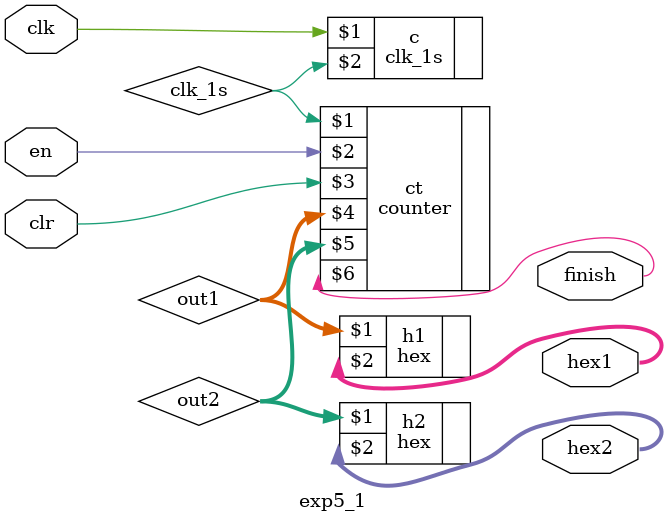
<source format=v>
module exp5_1(clk,en,clr,hex1,hex2,finish);
	input clk;
	input en;
	input clr;
	wire [3:0] out1;
	wire [3:0] out2;
	output [6:0] hex1;
	output [6:0] hex2;
	output finish;
	
	clk_1s c(clk,clk_1s);
	counter ct(clk_1s,en,clr,out1,out2,finish);
	hex h1(out1,hex1);
	hex h2(out2,hex2);
endmodule

</source>
